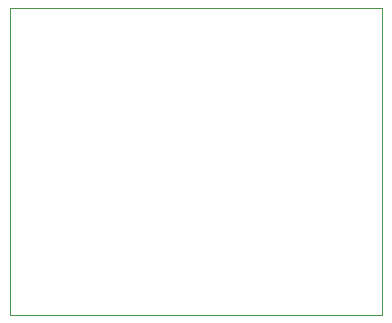
<source format=gbr>
G04 (created by PCBNEW (2013-may-18)-stable) date Sun 03 May 2015 02:23:39 PM EDT*
%MOIN*%
G04 Gerber Fmt 3.4, Leading zero omitted, Abs format*
%FSLAX34Y34*%
G01*
G70*
G90*
G04 APERTURE LIST*
%ADD10C,0.00590551*%
%ADD11C,0.00393701*%
G04 APERTURE END LIST*
G54D10*
G54D11*
X5511Y-5413D02*
X5511Y-15649D01*
X17913Y-5413D02*
X5511Y-5413D01*
X17913Y-15649D02*
X17913Y-5413D01*
X5511Y-15649D02*
X17913Y-15649D01*
M02*

</source>
